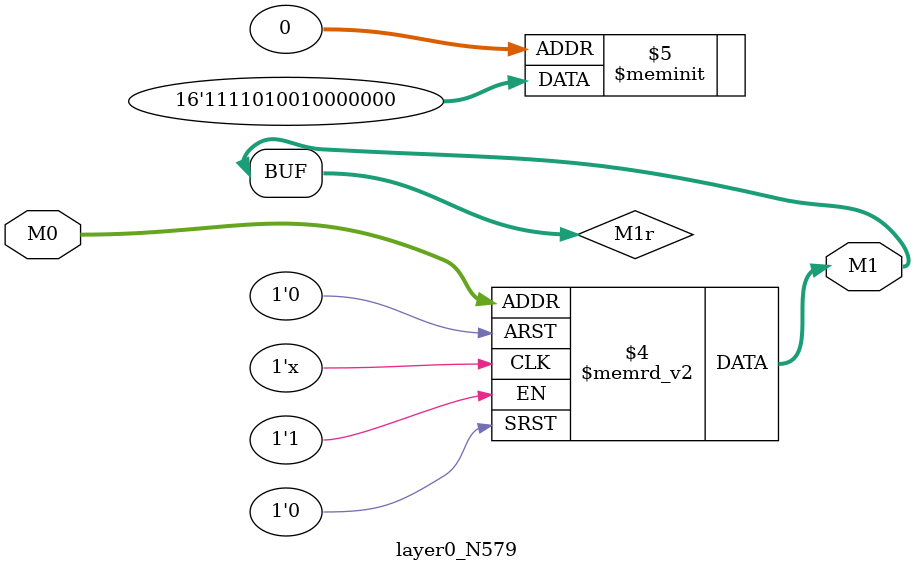
<source format=v>
module layer0_N579 ( input [2:0] M0, output [1:0] M1 );

	(*rom_style = "distributed" *) reg [1:0] M1r;
	assign M1 = M1r;
	always @ (M0) begin
		case (M0)
			3'b000: M1r = 2'b00;
			3'b100: M1r = 2'b00;
			3'b010: M1r = 2'b00;
			3'b110: M1r = 2'b11;
			3'b001: M1r = 2'b00;
			3'b101: M1r = 2'b01;
			3'b011: M1r = 2'b10;
			3'b111: M1r = 2'b11;

		endcase
	end
endmodule

</source>
